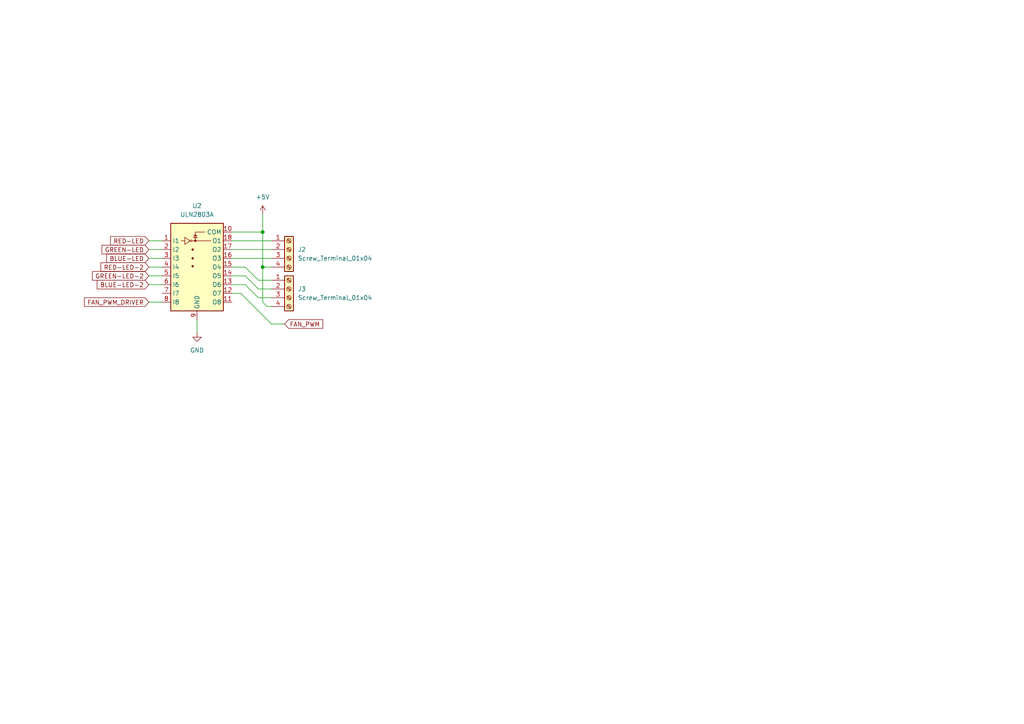
<source format=kicad_sch>
(kicad_sch (version 20230121) (generator eeschema)
  (paper "A4")
  (lib_symbols
    (symbol "Connector:Screw_Terminal_01x04" (pin_names (offset 1.016) hide)
      (property "Reference" "J" (at 0 5.08 0))
      (property "Value" "Screw_Terminal_01x04" (at 0 -7.62 0))
      (symbol "Screw_Terminal_01x04_1_1"
        (rectangle (start -1.27 3.81) (end 1.27 -6.35) (stroke (width 0.254)) (fill (type background)))
        (circle (center 0 -5.08) (radius 0.635) (stroke (width 0.1524)))
        (circle (center 0 -2.54) (radius 0.635) (stroke (width 0.1524)))
        (polyline (pts (xy -0.5334 -4.7498) (xy 0.3302 -5.588)) (stroke (width 0.1524)))
        (polyline (pts (xy -0.5334 -2.2098) (xy 0.3302 -3.048)) (stroke (width 0.1524)))
        (polyline (pts (xy -0.5334 0.3302) (xy 0.3302 -0.508)) (stroke (width 0.1524)))
        (polyline (pts (xy -0.5334 2.8702) (xy 0.3302 2.032)) (stroke (width 0.1524)))
        (polyline (pts (xy -0.3556 -4.572) (xy 0.508 -5.4102)) (stroke (width 0.1524)))
        (polyline (pts (xy -0.3556 -2.032) (xy 0.508 -2.8702)) (stroke (width 0.1524)))
        (polyline (pts (xy -0.3556 0.508) (xy 0.508 -0.3302)) (stroke (width 0.1524)))
        (polyline (pts (xy -0.3556 3.048) (xy 0.508 2.2098)) (stroke (width 0.1524)))
        (circle (center 0 0) (radius 0.635) (stroke (width 0.1524)))
        (circle (center 0 2.54) (radius 0.635) (stroke (width 0.1524)))
        (pin passive line (at -5.08 2.54 0) (length 3.81) (name "Pin_1") (number "1"))
        (pin passive line (at -5.08 0 0) (length 3.81) (name "Pin_2") (number "2"))
        (pin passive line (at -5.08 -2.54 0) (length 3.81) (name "Pin_3") (number "3"))
        (pin passive line (at -5.08 -5.08 0) (length 3.81) (name "Pin_4") (number "4"))
      )
    )
    (symbol "Transistor_Array:ULN2803A"
      (property "Reference" "U" (at 0 13.335 0))
      (property "Value" "ULN2803A" (at 0 11.43 0))
      (symbol "ULN2803A_0_1"
        (rectangle (start -7.62 -15.24) (end 7.62 10.16) (stroke (width 0.254)) (fill (type background)))
        (circle (center -1.778 5.08) (radius 0.254))
        (circle (center -1.27 -2.286) (radius 0.254) (fill (type outline)))
        (circle (center -1.27 0) (radius 0.254) (fill (type outline)))
        (circle (center -1.27 2.54) (radius 0.254) (fill (type outline)))
        (circle (center -0.508 5.08) (radius 0.254) (fill (type outline)))
        (polyline (pts (xy -4.572 5.08) (xy -3.556 5.08)))
        (polyline (pts (xy -1.524 5.08) (xy 4.064 5.08)))
        (polyline (pts (xy 0 6.731) (xy -1.016 6.731)))
        (polyline (pts (xy -0.508 5.08) (xy -0.508 7.62) (xy 2.286 7.62)))
        (polyline (pts (xy -3.556 6.096) (xy -3.556 4.064) (xy -2.032 5.08) (xy -3.556 6.096)))
        (polyline (pts (xy 0 5.969) (xy -1.016 5.969) (xy -0.508 6.731) (xy 0 5.969)))
      )
      (symbol "ULN2803A_1_1"
        (pin input line (at -10.16 5.08 0) (length 2.54) (name "I1") (number "1"))
        (pin passive line (at 10.16 7.62 180) (length 2.54) (name "COM") (number "10"))
        (pin open_collector line (at 10.16 -12.7 180) (length 2.54) (name "O8") (number "11"))
        (pin open_collector line (at 10.16 -10.16 180) (length 2.54) (name "O7") (number "12"))
        (pin open_collector line (at 10.16 -7.62 180) (length 2.54) (name "O6") (number "13"))
        (pin open_collector line (at 10.16 -5.08 180) (length 2.54) (name "O5") (number "14"))
        (pin open_collector line (at 10.16 -2.54 180) (length 2.54) (name "O4") (number "15"))
        (pin open_collector line (at 10.16 0 180) (length 2.54) (name "O3") (number "16"))
        (pin open_collector line (at 10.16 2.54 180) (length 2.54) (name "O2") (number "17"))
        (pin open_collector line (at 10.16 5.08 180) (length 2.54) (name "O1") (number "18"))
        (pin input line (at -10.16 2.54 0) (length 2.54) (name "I2") (number "2"))
        (pin input line (at -10.16 0 0) (length 2.54) (name "I3") (number "3"))
        (pin input line (at -10.16 -2.54 0) (length 2.54) (name "I4") (number "4"))
        (pin input line (at -10.16 -5.08 0) (length 2.54) (name "I5") (number "5"))
        (pin input line (at -10.16 -7.62 0) (length 2.54) (name "I6") (number "6"))
        (pin input line (at -10.16 -10.16 0) (length 2.54) (name "I7") (number "7"))
        (pin input line (at -10.16 -12.7 0) (length 2.54) (name "I8") (number "8"))
        (pin power_in line (at 0 -17.78 90) (length 2.54) (name "GND") (number "9"))
      )
    )
    (symbol "power:+5V" (power) (pin_names (offset 0))
      (property "Value" "+5V" (at 0 3.556 0))
      (symbol "+5V_0_1"
        (polyline (pts (xy -0.762 1.27) (xy 0 2.54)))
        (polyline (pts (xy 0 0) (xy 0 2.54)))
        (polyline (pts (xy 0 2.54) (xy 0.762 1.27)))
      )
      (symbol "+5V_1_1"
        (pin power_in line (at 0 0 90) (length 0) hide (name "+5V") (number "1"))
      )
    )
    (symbol "power:GND" (power) (pin_names (offset 0))
      (property "Value" "GND" (at 0 -3.81 0))
      (symbol "GND_0_1"
        (polyline (pts (xy 0 0) (xy 0 -1.27) (xy 1.27 -1.27) (xy 0 -2.54) (xy -1.27 -1.27) (xy 0 -1.27)))
      )
      (symbol "GND_1_1"
        (pin power_in line (at 0 0 270) (length 0) hide (name "GND") (number "1"))
      )
    )
  )
  (junction (at 76.2 67.31))
  (junction (at 76.2 77.47))
  (wire (pts (xy 74.93 83.82) (xy 71.12 80.01)))
  (wire (pts (xy 78.74 83.82) (xy 74.93 83.82)))
  (wire (pts (xy 43.18 82.55) (xy 46.99 82.55)))
  (wire (pts (xy 74.93 81.28) (xy 78.74 81.28)))
  (wire (pts (xy 74.93 86.36) (xy 78.74 86.36)))
  (wire (pts (xy 43.18 87.63) (xy 46.99 87.63)))
  (wire (pts (xy 43.18 74.93) (xy 46.99 74.93)))
  (wire (pts (xy 43.18 77.47) (xy 46.99 77.47)))
  (wire (pts (xy 67.31 80.01) (xy 71.12 80.01)))
  (wire (pts (xy 67.31 74.93) (xy 78.74 74.93)))
  (wire (pts (xy 67.31 67.31) (xy 76.2 67.31)))
  (wire (pts (xy 76.2 77.47) (xy 78.74 77.47)))
  (wire (pts (xy 76.2 77.47) (xy 76.2 87.63)))
  (wire (pts (xy 71.12 82.55) (xy 74.93 86.36)))
  (wire (pts (xy 78.74 88.9) (xy 77.47 88.9)))
  (wire (pts (xy 77.47 88.9) (xy 76.2 87.63)))
  (wire (pts (xy 67.31 82.55) (xy 71.12 82.55)))
  (wire (pts (xy 43.18 80.01) (xy 46.99 80.01)))
  (wire (pts (xy 67.31 72.39) (xy 78.74 72.39)))
  (wire (pts (xy 82.55 93.98) (xy 78.74 93.98)))
  (wire (pts (xy 76.2 67.31) (xy 76.2 77.47)))
  (wire (pts (xy 67.31 85.09) (xy 69.85 85.09)))
  (wire (pts (xy 43.18 69.85) (xy 46.99 69.85)))
  (wire (pts (xy 43.18 72.39) (xy 46.99 72.39)))
  (wire (pts (xy 69.85 85.09) (xy 78.74 93.98)))
  (wire (pts (xy 67.31 77.47) (xy 71.12 77.47)))
  (wire (pts (xy 57.15 92.71) (xy 57.15 96.52)))
  (wire (pts (xy 76.2 62.23) (xy 76.2 67.31)))
  (wire (pts (xy 71.12 77.47) (xy 74.93 81.28)))
  (wire (pts (xy 67.31 69.85) (xy 78.74 69.85)))
  (global_label "RED-LED-2" (shape input) (at 43.18 77.47 180) (property "Intersheetrefs" "${INTERSHEET_REFS}" (effects hide)))
  (global_label "GREEN-LED-2" (shape input) (at 43.18 80.01 180) (property "Intersheetrefs" "${INTERSHEET_REFS}" (effects hide)))
  (global_label "BLUE-LED-2" (shape input) (at 43.18 82.55 180) (property "Intersheetrefs" "${INTERSHEET_REFS}" (effects hide)))
  (global_label "RED-LED" (shape input) (at 43.18 69.85 180) (property "Intersheetrefs" "${INTERSHEET_REFS}" (effects hide)))
  (global_label "FAN_PWM_DRIVER" (shape input) (at 43.18 87.63 180) (property "Intersheetrefs" "${INTERSHEET_REFS}" (effects hide)))
  (global_label "GREEN-LED" (shape input) (at 43.18 72.39 180) (property "Intersheetrefs" "${INTERSHEET_REFS}" (effects hide)))
  (global_label "FAN_PWM" (shape input) (at 82.55 93.98 0) (property "Intersheetrefs" "${INTERSHEET_REFS}" (effects hide)))
  (global_label "BLUE-LED" (shape input) (at 43.18 74.93 180) (property "Intersheetrefs" "${INTERSHEET_REFS}" (effects hide)))
  (symbol (lib_id "power:+5V") (at 76.2 62.23 0) (unit 1)
    (property "Reference" "#PWR07" (effects hide))
    (property "Value" "+5V" (at 76.2 57.15 0))
  )
  (symbol (lib_id "Connector:Screw_Terminal_01x04") (at 83.82 72.39 0) (unit 1)
    (property "Reference" "J2" (at 86.36 72.39 0) (effects (justify left)))
    (property "Value" "Screw_Terminal_01x04" (at 86.36 74.93 0) (effects (justify left)))
  )
  (symbol (lib_id "power:GND") (at 57.15 96.52 0) (unit 1)
    (property "Reference" "#PWR021" (effects hide))
    (property "Value" "GND" (at 57.15 101.6 0))
  )
  (symbol (lib_id "Connector:Screw_Terminal_01x04") (at 83.82 83.82 0) (unit 1)
    (property "Reference" "J3" (at 86.36 83.82 0) (effects (justify left)))
    (property "Value" "Screw_Terminal_01x04" (at 86.36 86.36 0) (effects (justify left)))
  )
  (symbol (lib_id "Transistor_Array:ULN2803A") (at 57.15 74.93 0) (unit 1)
    (property "Reference" "U2" (at 57.15 59.69 0))
    (property "Value" "ULN2803A" (at 57.15 62.23 0))
    (property "Footprint" "ULN2003:DIP794W56P254L1918H533Q16N" (effects hide))
    (property "Datasheet" "http://www.ti.com/lit/ds/symlink/uln2803a.pdf" (effects hide))
  )
)
</source>
